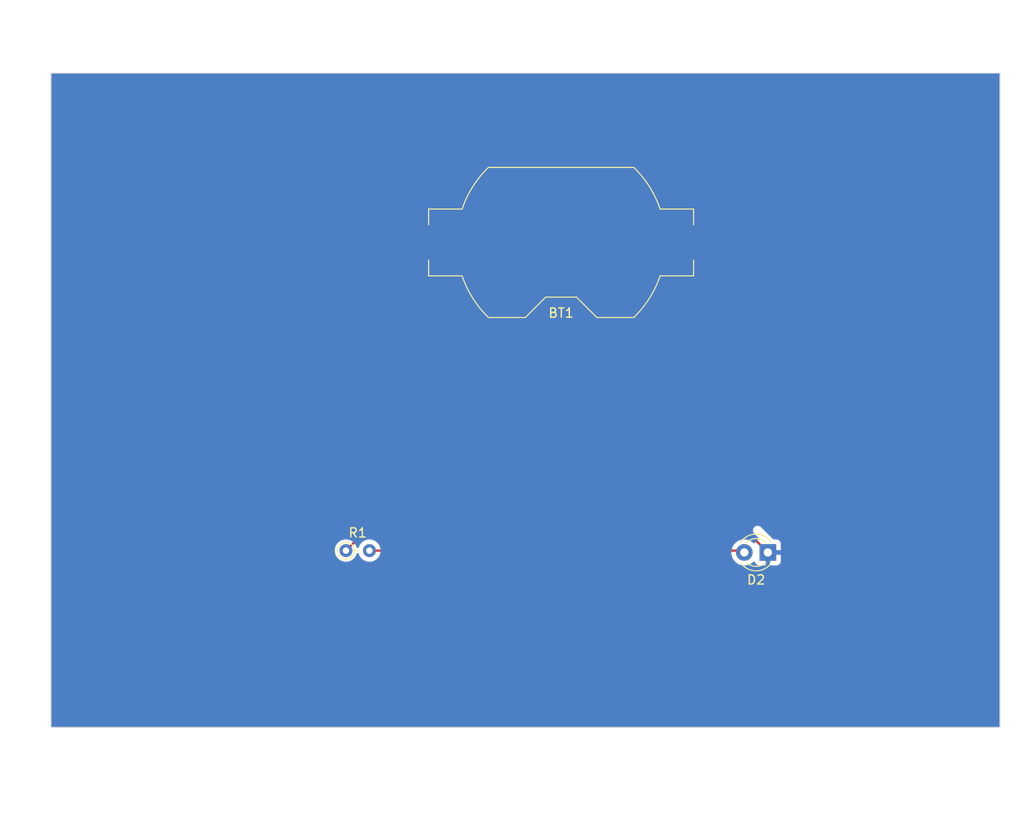
<source format=kicad_pcb>
(kicad_pcb (version 20221018) (generator pcbnew)
  (layers (0 "F.Cu" signal) (31 "B.Cu" signal) (34 "B.Paste" user) (35 "F.Paste" user) (36 "B.SilkS" user "B.Silkscreen") (37 "F.SilkS" user "F.Silkscreen") (38 "B.Mask" user) (39 "F.Mask" user) (44 "Edge.Cuts" user))
  (net 0 "")
  (net 1 "VCC")
  (net 2 "GND")
  (net 3 "Net-(D2-A)")
  (footprint "Resistor_THT:R_Axial_DIN0204_L3.6mm_D1.6mm_P2.54mm_Vertical" (layer "F.Cu") (at 156.36 122.8)
    (fp_text reference "R1" (at 1.27 -1.92) (layer "F.SilkS"))
    (fp_text value "1 Kohm")
    (fp_line (start 0.92 0) (end 1.54 0) (stroke (width 0.12)) (layer "F.SilkS"))
    (fp_circle (center 0 0) (end 0.92 0) (stroke (width 0.12)) (fill none) (layer "F.SilkS"))
    (pad "1" thru_hole circle (at 0 0) (size 1.4 1.4) (drill 0.7) (layers "*.Cu" "*.Mask") (net 1 "VCC"))
    (pad "2" thru_hole oval (at 2.54 0) (size 1.4 1.4) (drill 0.7) (layers "*.Cu" "*.Mask") (net 3 "Net-(D2-A)"))
  )
  (footprint "LED_THT:LED_D3.0mm_IRGrey" (layer "F.Cu") (at 201.925 123 180)
    (fp_text reference "D2" (at 1.27 -2.96) (layer "F.SilkS"))
    (fp_text value "LED")
    (fp_line (start -0.29 -1.236) (end -0.29 -1.08) (stroke (width 0.12)) (layer "F.SilkS"))
    (fp_line (start -0.29 1.08) (end -0.29 1.236) (stroke (width 0.12)) (layer "F.SilkS"))
    (fp_arc (start -0.29 -1.235516) (mid 1.366487 -1.987659) (end 2.942335 -1.078608) (stroke (width 0.12)) (layer "F.SilkS"))
    (fp_arc (start 0.229039 -1.08) (mid 1.270117 -1.5) (end 2.31113 -1.079837) (stroke (width 0.12)) (layer "F.SilkS"))
    (fp_arc (start 2.31113 1.079837) (mid 1.270117 1.5) (end 0.229039 1.08) (stroke (width 0.12)) (layer "F.SilkS"))
    (fp_arc (start 2.942335 1.078608) (mid 1.366487 1.987659) (end -0.29 1.235516) (stroke (width 0.12)) (layer "F.SilkS"))
    (pad "1" thru_hole rect (at 0 0 180) (size 1.8 1.8) (drill 0.9) (layers "*.Cu" "*.Mask") (net 2 "GND"))
    (pad "2" thru_hole circle (at 2.54 0 180) (size 1.8 1.8) (drill 0.9) (layers "*.Cu" "*.Mask") (net 3 "Net-(D2-A)"))
  )
  (footprint "Battery:BatteryHolder_Keystone_1058_1x2032" (layer "F.Cu") (at 179.6 89.5)
    (fp_text reference "BT1" (at 0 7.62) (layer "F.SilkS"))
    (fp_text value "3V")
    (fp_line (start -14.31 -3.61) (end -10.692 -3.61) (stroke (width 0.12)) (layer "F.SilkS"))
    (fp_line (start -14.31 -1.9) (end -14.31 -3.61) (stroke (width 0.12)) (layer "F.SilkS"))
    (fp_line (start -14.31 1.9) (end -14.31 3.61) (stroke (width 0.12)) (layer "F.SilkS"))
    (fp_line (start -10.692 3.61) (end -14.31 3.61) (stroke (width 0.12)) (layer "F.SilkS"))
    (fp_line (start -7.8473 -8.11) (end 7.8473 -8.11) (stroke (width 0.12)) (layer "F.SilkS"))
    (fp_line (start -3.86 8.11) (end -7.8473 8.11) (stroke (width 0.12)) (layer "F.SilkS"))
    (fp_line (start -1.66 5.91) (end -3.86 8.11) (stroke (width 0.12)) (layer "F.SilkS"))
    (fp_line (start 1.66 5.91) (end -1.66 5.91) (stroke (width 0.12)) (layer "F.SilkS"))
    (fp_line (start 1.66 5.91) (end 3.86 8.11) (stroke (width 0.12)) (layer "F.SilkS"))
    (fp_line (start 7.8473 8.11) (end 3.86 8.11) (stroke (width 0.12)) (layer "F.SilkS"))
    (fp_line (start 10.692 -3.61) (end 14.31 -3.61) (stroke (width 0.12)) (layer "F.SilkS"))
    (fp_line (start 14.31 -1.9) (end 14.31 -3.61) (stroke (width 0.12)) (layer "F.SilkS"))
    (fp_line (start 14.31 1.9) (end 14.31 3.61) (stroke (width 0.12)) (layer "F.SilkS"))
    (fp_line (start 14.31 3.61) (end 10.692 3.61) (stroke (width 0.12)) (layer "F.SilkS"))
    (fp_arc (start -10.692 -3.61) (mid -9.538084 -6.031244) (end -7.845371 -8.111789) (stroke (width 0.12)) (layer "F.SilkS"))
    (fp_arc (start -7.845371 8.111789) (mid -9.538085 6.031244) (end -10.692 3.61) (stroke (width 0.12)) (layer "F.SilkS"))
    (fp_arc (start 7.845371 -8.111789) (mid 9.538085 -6.031244) (end 10.692 -3.61) (stroke (width 0.12)) (layer "F.SilkS"))
    (fp_arc (start 10.692 3.61) (mid 9.538084 6.031244) (end 7.845371 8.111789) (stroke (width 0.12)) (layer "F.SilkS"))
    (pad "1" smd rect (at -14.68 0) (size 2.54 3.51) (layers "F.Cu" "F.Paste" "F.Mask") (net 1 "VCC"))
    (pad "2" smd rect (at 14.68 0) (size 2.54 3.51) (layers "F.Cu" "F.Paste" "F.Mask") (net 2 "GND"))
  )
  (gr_rect (start 124.5 71.2) (end 227 141.9) (stroke (width 0.1)) (fill none) (layer "Edge.Cuts"))
  (segment (start 200.825 120.625) (end 202.1 121.9) (width 0) (layer "B.Cu") (net 0))
  (segment (start 202.1 121.9) (end 201.925 121.9) (width 0) (layer "B.Cu") (net 0))
  (segment (start 164.92 114.24) (end 156.36 122.8) (width 0.25) (layer "F.Cu") (net 1))
  (segment (start 164.92 89.5) (end 164.92 114.24) (width 0.25) (layer "F.Cu") (net 1))
  (segment (start 194.28 115.355) (end 201.925 123) (width 0.25) (layer "F.Cu") (net 2))
  (segment (start 194.28 89.5) (end 194.28 115.355) (width 0.25) (layer "F.Cu") (net 2))
  (segment (start 158.9 122.8) (end 199.185 122.8) (width 0.25) (layer "F.Cu") (net 3))
  (segment (start 199.185 122.8) (end 199.385 123) (width 0.25) (layer "F.Cu") (net 3))
  (zone (net 2) (net_name "GND") (layer "B.Cu") (connect_pads (clearance 0.5)) (min_thickness 0.25) (fill yes (thermal_gap 0.5) (thermal_bridge_width 0.5))
    (polygon (pts (xy 119 64.1) (xy 229.3 63.3) (xy 229.6 150.5) (xy 119.9 151.5)))
  )
)
</source>
